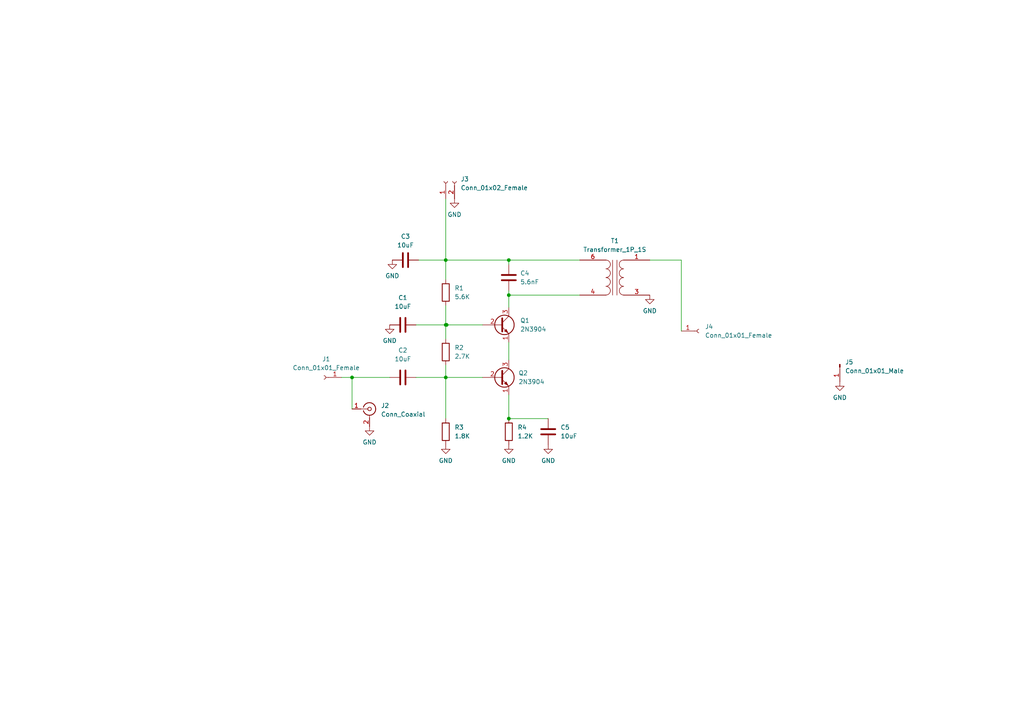
<source format=kicad_sch>
(kicad_sch (version 20211123) (generator eeschema)
  (paper "A4")
  (lib_symbols
    (symbol "Connector:Conn_01x01_Female" (pin_names (offset 1.016) hide)
      (property "Reference" "J" (at 0 2.54 0))
      (property "Value" "Conn_01x01_Female" (at 0 -2.54 0))
      (symbol "Conn_01x01_Female_1_1"
        (polyline (pts (xy -1.27 0) (xy -0.508 0)) (stroke (width 0.1524)))
        (arc (start 0 0.508) (mid -0.508 0) (end 0 -0.508) (stroke (width 0.1524)))
        (pin passive line (at -5.08 0 0) (length 3.81) (name "Pin_1") (number "1"))
      )
    )
    (symbol "Connector:Conn_01x01_Male" (pin_names (offset 1.016) hide)
      (property "Reference" "J" (at 0 2.54 0))
      (property "Value" "Conn_01x01_Male" (at 0 -2.54 0))
      (symbol "Conn_01x01_Male_1_1"
        (polyline (pts (xy 1.27 0) (xy 0.8636 0)) (stroke (width 0.1524)))
        (rectangle (start 0.8636 0.127) (end 0 -0.127) (stroke (width 0.1524)) (fill (type outline)))
        (pin passive line (at 5.08 0 180) (length 3.81) (name "Pin_1") (number "1"))
      )
    )
    (symbol "Connector:Conn_01x02_Female" (pin_names (offset 1.016) hide)
      (property "Reference" "J" (at 0 2.54 0))
      (property "Value" "Conn_01x02_Female" (at 0 -5.08 0))
      (symbol "Conn_01x02_Female_1_1"
        (arc (start 0 -2.032) (mid -0.508 -2.54) (end 0 -3.048) (stroke (width 0.1524)))
        (polyline (pts (xy -1.27 -2.54) (xy -0.508 -2.54)) (stroke (width 0.1524)))
        (polyline (pts (xy -1.27 0) (xy -0.508 0)) (stroke (width 0.1524)))
        (arc (start 0 0.508) (mid -0.508 0) (end 0 -0.508) (stroke (width 0.1524)))
        (pin passive line (at -5.08 0 0) (length 3.81) (name "Pin_1") (number "1"))
        (pin passive line (at -5.08 -2.54 0) (length 3.81) (name "Pin_2") (number "2"))
      )
    )
    (symbol "Connector:Conn_Coaxial" (pin_names (offset 1.016) hide)
      (property "Reference" "J" (at 0.254 3.048 0))
      (property "Value" "Conn_Coaxial" (at 2.921 0 90))
      (symbol "Conn_Coaxial_0_1"
        (arc (start -1.778 -0.508) (mid 0.222 -1.808) (end 1.778 0) (stroke (width 0.254)))
        (polyline (pts (xy -2.54 0) (xy -0.508 0)))
        (polyline (pts (xy 0 -2.54) (xy 0 -1.778)))
        (circle (center 0 0) (radius 0.508) (stroke (width 0.2032)))
        (arc (start 1.778 0) (mid 0.2221 1.8083) (end -1.778 0.508) (stroke (width 0.254)))
      )
      (symbol "Conn_Coaxial_1_1"
        (pin passive line (at -5.08 0 0) (length 2.54) (name "In") (number "1"))
        (pin passive line (at 0 -5.08 90) (length 2.54) (name "Ext") (number "2"))
      )
    )
    (symbol "Device:C" (pin_numbers hide) (pin_names (offset 0.254))
      (property "Reference" "C" (at 0.635 2.54 0))
      (property "Value" "C" (at 0.635 -2.54 0))
      (symbol "C_0_1"
        (polyline (pts (xy -2.032 -0.762) (xy 2.032 -0.762)) (stroke (width 0.508)))
        (polyline (pts (xy -2.032 0.762) (xy 2.032 0.762)) (stroke (width 0.508)))
      )
      (symbol "C_1_1"
        (pin passive line (at 0 3.81 270) (length 2.794) (name "~") (number "1"))
        (pin passive line (at 0 -3.81 90) (length 2.794) (name "~") (number "2"))
      )
    )
    (symbol "Device:R" (pin_numbers hide) (pin_names (offset 0))
      (property "Reference" "R" (at 2.032 0 90))
      (property "Value" "R" (at 0 0 90))
      (symbol "R_0_1"
        (rectangle (start -1.016 -2.54) (end 1.016 2.54) (stroke (width 0.254)))
      )
      (symbol "R_1_1"
        (pin passive line (at 0 3.81 270) (length 1.27) (name "~") (number "1"))
        (pin passive line (at 0 -3.81 90) (length 1.27) (name "~") (number "2"))
      )
    )
    (symbol "Device:Transformer_1P_1S" (pin_names (offset 1.016) hide)
      (property "Reference" "T1" (at 0.0127 10.668 0))
      (property "Value" "Transformer_1P_1S" (at 0.0127 8.128 0))
      (symbol "Transformer_1P_1S_0_1"
        (arc (start -2.54 -5.0546) (mid -1.6561 -4.6863) (end -1.27 -3.81))
        (arc (start -2.54 -2.5146) (mid -1.6561 -2.1463) (end -1.27 -1.27))
        (arc (start -2.54 0.0254) (mid -1.6561 0.3937) (end -1.27 1.27))
        (arc (start -2.54 2.5654) (mid -1.6561 2.9337) (end -1.27 3.81))
        (arc (start -1.27 -3.81) (mid -1.642 -2.912) (end -2.54 -2.54))
        (arc (start -1.27 -1.27) (mid -1.642 -0.372) (end -2.54 0))
        (arc (start -1.27 1.27) (mid -1.642 2.168) (end -2.54 2.54))
        (arc (start -1.27 3.81) (mid -1.642 4.708) (end -2.54 5.08))
        (polyline (pts (xy -0.635 5.08) (xy -0.635 -5.08)))
        (polyline (pts (xy 0.635 -5.08) (xy 0.635 5.08)))
        (arc (start 1.2954 -1.27) (mid 1.6599 -2.1501) (end 2.54 -2.5146))
        (arc (start 1.2954 1.27) (mid 1.6599 0.3899) (end 2.54 0.0254))
        (arc (start 1.2954 3.81) (mid 1.6599 2.9299) (end 2.54 2.5654))
        (arc (start 1.3208 -3.81) (mid 1.6853 -4.6901) (end 2.5654 -5.0546))
        (arc (start 2.54 0) (mid 1.6456 -0.3683) (end 1.2954 -1.27))
        (arc (start 2.54 2.54) (mid 1.6456 2.1717) (end 1.2954 1.27))
        (arc (start 2.54 5.08) (mid 1.6456 4.7117) (end 1.2954 3.81))
        (arc (start 2.5654 -2.54) (mid 1.671 -2.9083) (end 1.3208 -3.81))
      )
      (symbol "Transformer_1P_1S_1_1"
        (pin passive line (at 10.16 5.08 180) (length 7.62) (name "SB") (number "1"))
        (pin passive line (at 10.16 -5.08 180) (length 7.62) (name "SA") (number "3"))
        (pin passive line (at -10.16 -5.08 0) (length 7.62) (name "AB") (number "4"))
        (pin passive line (at -10.16 5.08 0) (length 7.62) (name "AA") (number "6"))
      )
    )
    (symbol "Transistor_BJT:2N3904" (pin_names (offset 0) hide)
      (property "Reference" "Q" (at 5.08 1.905 0))
      (property "Value" "2N3904" (at 5.08 0 0))
      (symbol "2N3904_0_1"
        (polyline (pts (xy 0.635 0.635) (xy 2.54 2.54)))
        (polyline (pts (xy 0.635 -0.635) (xy 2.54 -2.54) (xy 2.54 -2.54)))
        (polyline (pts (xy 0.635 1.905) (xy 0.635 -1.905) (xy 0.635 -1.905)) (stroke (width 0.508)))
        (polyline (pts (xy 1.27 -1.778) (xy 1.778 -1.27) (xy 2.286 -2.286) (xy 1.27 -1.778) (xy 1.27 -1.778)) (fill (type outline)))
        (circle (center 1.27 0) (radius 2.8194) (stroke (width 0.254)))
      )
      (symbol "2N3904_1_1"
        (pin passive line (at 2.54 -5.08 90) (length 2.54) (name "E") (number "1"))
        (pin passive line (at -5.08 0 0) (length 5.715) (name "B") (number "2"))
        (pin passive line (at 2.54 5.08 270) (length 2.54) (name "C") (number "3"))
      )
    )
    (symbol "power:GND" (power) (pin_names (offset 0))
      (property "Value" "GND" (at 0 -3.81 0))
      (symbol "GND_0_1"
        (polyline (pts (xy 0 0) (xy 0 -1.27) (xy 1.27 -1.27) (xy 0 -2.54) (xy -1.27 -1.27) (xy 0 -1.27)))
      )
      (symbol "GND_1_1"
        (pin power_in line (at 0 0 270) (length 0) hide (name "GND") (number "1"))
      )
    )
  )
  (junction (at 102.108 109.474))
  (junction (at 147.574 75.438))
  (junction (at 129.286 75.438))
  (junction (at 129.286 109.474))
  (junction (at 147.574 85.598))
  (junction (at 129.286 94.234))
  (junction (at 129.54 94.234))
  (junction (at 147.574 121.412))
  (wire (pts (xy 147.574 84.328) (xy 147.574 85.598)))
  (wire (pts (xy 147.574 76.708) (xy 147.574 75.438)))
  (wire (pts (xy 147.574 85.598) (xy 168.148 85.598)))
  (wire (pts (xy 120.65 109.474) (xy 129.286 109.474)))
  (wire (pts (xy 129.286 109.474) (xy 129.286 121.412)))
  (wire (pts (xy 129.286 75.438) (xy 129.286 81.026)))
  (wire (pts (xy 147.574 99.314) (xy 147.574 104.394)))
  (wire (pts (xy 147.574 75.438) (xy 168.148 75.438)))
  (wire (pts (xy 129.286 109.474) (xy 139.954 109.474)))
  (wire (pts (xy 147.574 75.438) (xy 129.286 75.438)))
  (wire (pts (xy 197.612 96.012) (xy 197.612 75.438)))
  (wire (pts (xy 147.574 121.412) (xy 159.004 121.412)))
  (wire (pts (xy 120.65 94.234) (xy 129.286 94.234)))
  (wire (pts (xy 129.286 57.658) (xy 129.286 75.438)))
  (wire (pts (xy 129.54 94.234) (xy 129.54 94.488)))
  (wire (pts (xy 147.574 85.598) (xy 147.574 89.154)))
  (wire (pts (xy 129.286 105.918) (xy 129.286 109.474)))
  (wire (pts (xy 129.286 98.298) (xy 129.286 94.234)))
  (wire (pts (xy 121.412 75.438) (xy 129.286 75.438)))
  (wire (pts (xy 129.54 94.234) (xy 139.954 94.234)))
  (wire (pts (xy 102.108 109.474) (xy 113.03 109.474)))
  (wire (pts (xy 197.612 75.438) (xy 188.468 75.438)))
  (wire (pts (xy 99.06 109.474) (xy 102.108 109.474)))
  (wire (pts (xy 129.286 88.646) (xy 129.286 94.234)))
  (wire (pts (xy 147.574 114.554) (xy 147.574 121.412)))
  (wire (pts (xy 129.286 94.234) (xy 129.54 94.234)))
  (wire (pts (xy 102.108 109.474) (xy 102.108 118.618)))
  (symbol (lib_id "Device:R") (at 147.574 125.222 0) (unit 1)
    (property "Reference" "R4" (at 150.114 123.9519 0) (effects (justify left)))
    (property "Value" "1.2K" (at 150.114 126.4919 0) (effects (justify left)))
    (property "Footprint" "Resistor_THT:R_Axial_DIN0207_L6.3mm_D2.5mm_P7.62mm_Horizontal" (effects hide))
  )
  (symbol (lib_id "power:GND") (at 188.468 85.598 0) (unit 1)
    (property "Reference" "#PWR08" (effects hide))
    (property "Value" "GND" (at 188.468 90.17 0))
  )
  (symbol (lib_id "Connector:Conn_01x01_Female") (at 93.98 109.474 180) (unit 1)
    (property "Reference" "J1" (at 94.615 104.14 0))
    (property "Value" "Conn_01x01_Female" (at 94.615 106.68 0))
    (property "Footprint" "Connector_PinSocket_2.00mm:PinSocket_1x01_P2.00mm_Vertical" (effects hide))
  )
  (symbol (lib_id "power:GND") (at 147.574 129.032 0) (unit 1)
    (property "Reference" "#PWR06" (effects hide))
    (property "Value" "GND" (at 147.574 133.604 0))
  )
  (symbol (lib_id "Device:C") (at 159.004 125.222 0) (unit 1)
    (property "Reference" "C5" (at 162.56 123.9519 0) (effects (justify left)))
    (property "Value" "10uF" (at 162.56 126.4919 0) (effects (justify left)))
    (property "Footprint" "Capacitor_THT:CP_Radial_D5.0mm_P2.00mm" (effects hide))
  )
  (symbol (lib_id "power:GND") (at 131.826 57.658 0) (unit 1)
    (property "Reference" "#PWR05" (effects hide))
    (property "Value" "GND" (at 131.826 62.23 0))
  )
  (symbol (lib_id "power:GND") (at 113.03 94.234 0) (unit 1)
    (property "Reference" "#PWR02" (effects hide))
    (property "Value" "GND" (at 113.03 98.806 0))
  )
  (symbol (lib_id "power:GND") (at 113.792 75.438 0) (unit 1)
    (property "Reference" "#PWR03" (effects hide))
    (property "Value" "GND" (at 113.792 80.01 0))
  )
  (symbol (lib_id "power:GND") (at 107.188 123.698 0) (unit 1)
    (property "Reference" "#PWR01" (effects hide))
    (property "Value" "GND" (at 107.188 128.27 0))
  )
  (symbol (lib_id "Connector:Conn_01x01_Male") (at 243.586 105.664 270) (unit 1)
    (property "Reference" "J5" (at 245.11 105.0289 90) (effects (justify left)))
    (property "Value" "Conn_01x01_Male" (at 245.11 107.5689 90) (effects (justify left)))
    (property "Footprint" "Connector_PinHeader_1.00mm:PinHeader_1x01_P1.00mm_Vertical" (effects hide))
  )
  (symbol (lib_id "Connector:Conn_Coaxial") (at 107.188 118.618 0) (unit 1)
    (property "Reference" "J2" (at 110.49 117.6411 0) (effects (justify left)))
    (property "Value" "Conn_Coaxial" (at 110.49 120.1811 0) (effects (justify left)))
    (property "Footprint" "Connector_Coaxial:SMA_Molex_73251-2200_Horizontal" (effects hide))
    (property "Datasheet" " ~" (effects hide))
  )
  (symbol (lib_id "Device:C") (at 116.84 109.474 90) (unit 1)
    (property "Reference" "C2" (at 116.84 101.6 90))
    (property "Value" "10uF" (at 116.84 104.14 90))
    (property "Footprint" "Capacitor_THT:CP_Radial_D5.0mm_P2.00mm" (effects hide))
  )
  (symbol (lib_id "power:GND") (at 243.586 110.744 0) (unit 1)
    (property "Reference" "#PWR09" (effects hide))
    (property "Value" "GND" (at 243.586 115.316 0))
  )
  (symbol (lib_id "Device:R") (at 129.286 125.222 0) (unit 1)
    (property "Reference" "R3" (at 131.826 123.9519 0) (effects (justify left)))
    (property "Value" "1.8K" (at 131.826 126.4919 0) (effects (justify left)))
    (property "Footprint" "Resistor_THT:R_Axial_DIN0207_L6.3mm_D2.5mm_P7.62mm_Horizontal" (effects hide))
  )
  (symbol (lib_id "Device:Transformer_1P_1S") (at 178.308 80.518 0) (unit 1)
    (property "Reference" "T1" (at 178.3207 69.85 0))
    (property "Value" "Transformer_1P_1S" (at 178.3207 72.39 0))
    (property "Footprint" "Transformer_THT:Transformer_NF_ETAL_1-1_P1200" (effects hide))
  )
  (symbol (lib_id "power:GND") (at 129.286 129.032 0) (unit 1)
    (property "Reference" "#PWR04" (effects hide))
    (property "Value" "GND" (at 129.286 133.604 0))
  )
  (symbol (lib_id "Device:R") (at 129.286 84.836 0) (unit 1)
    (property "Reference" "R1" (at 131.826 83.5659 0) (effects (justify left)))
    (property "Value" "5.6K" (at 131.826 86.1059 0) (effects (justify left)))
    (property "Footprint" "Resistor_THT:R_Axial_DIN0207_L6.3mm_D2.5mm_P7.62mm_Horizontal" (effects hide))
  )
  (symbol (lib_id "Device:C") (at 117.602 75.438 270) (unit 1)
    (property "Reference" "C3" (at 117.602 68.58 90))
    (property "Value" "10uF" (at 117.602 71.12 90))
    (property "Footprint" "Capacitor_THT:CP_Radial_D5.0mm_P2.00mm" (effects hide))
  )
  (symbol (lib_id "Transistor_BJT:2N3904") (at 145.034 94.234 0) (unit 1)
    (property "Reference" "Q1" (at 150.876 92.9639 0) (effects (justify left)))
    (property "Value" "2N3904" (at 150.876 95.5039 0) (effects (justify left)))
    (property "Footprint" "Package_TO_SOT_THT:TO-92_Inline" (effects hide))
    (property "Datasheet" "https://www.onsemi.com/pub/Collateral/2N3903-D.PDF" (effects hide))
  )
  (symbol (lib_id "Connector:Conn_01x01_Female") (at 202.692 96.012 0) (unit 1)
    (property "Reference" "J4" (at 204.47 94.7419 0) (effects (justify left)))
    (property "Value" "Conn_01x01_Female" (at 204.47 97.2819 0) (effects (justify left)))
    (property "Footprint" "Connector_PinSocket_2.00mm:PinSocket_1x01_P2.00mm_Vertical" (effects hide))
  )
  (symbol (lib_id "Device:C") (at 147.574 80.518 180) (unit 1)
    (property "Reference" "C4" (at 150.876 79.2479 0) (effects (justify right)))
    (property "Value" "5.6nF" (at 150.876 81.7879 0) (effects (justify right)))
    (property "Footprint" "Capacitor_THT:C_Disc_D7.5mm_W2.5mm_P5.00mm" (effects hide))
  )
  (symbol (lib_id "power:GND") (at 159.004 129.032 0) (unit 1)
    (property "Reference" "#PWR07" (effects hide))
    (property "Value" "GND" (at 159.004 133.604 0))
  )
  (symbol (lib_id "Transistor_BJT:2N3904") (at 145.034 109.474 0) (unit 1)
    (property "Reference" "Q2" (at 150.368 108.2039 0) (effects (justify left)))
    (property "Value" "2N3904" (at 150.368 110.7439 0) (effects (justify left)))
    (property "Footprint" "Package_TO_SOT_THT:TO-92_Inline" (effects hide))
    (property "Datasheet" "https://www.onsemi.com/pub/Collateral/2N3903-D.PDF" (effects hide))
  )
  (symbol (lib_id "Device:R") (at 129.286 102.108 0) (unit 1)
    (property "Reference" "R2" (at 131.826 100.8379 0) (effects (justify left)))
    (property "Value" "2.7K" (at 131.826 103.3779 0) (effects (justify left)))
    (property "Footprint" "Resistor_THT:R_Axial_DIN0207_L6.3mm_D2.5mm_P7.62mm_Horizontal" (effects hide))
  )
  (symbol (lib_id "Device:C") (at 116.84 94.234 270) (unit 1)
    (property "Reference" "C1" (at 116.84 86.36 90))
    (property "Value" "10uF" (at 116.84 88.9 90))
    (property "Footprint" "Capacitor_THT:CP_Radial_D5.0mm_P2.00mm" (effects hide))
  )
  (symbol (lib_id "Connector:Conn_01x02_Female") (at 129.286 52.578 90) (unit 1)
    (property "Reference" "J3" (at 133.604 51.9429 90) (effects (justify right)))
    (property "Value" "Conn_01x02_Female" (at 133.604 54.4829 90) (effects (justify right)))
    (property "Footprint" "Connector_JST:JST_XH_B2B-XH-A_1x02_P2.50mm_Vertical" (effects hide))
  )
)
</source>
